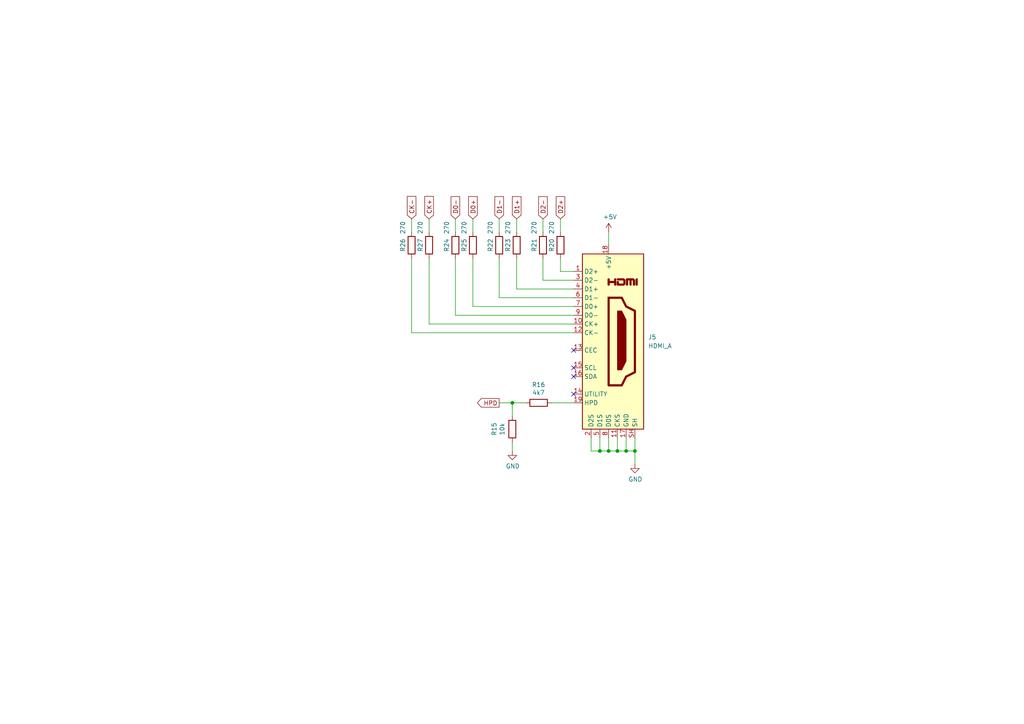
<source format=kicad_sch>
(kicad_sch (version 20231120) (generator "eeschema") (generator_version "8.0")
  (paper "A4")
  (lib_symbols
    (symbol "Connector:HDMI_A"
      (property "Reference" "J" (at -6.35 26.67 0))
      (property "Value" "HDMI_A" (at 10.16 26.67 0))
      (symbol "HDMI_A_0_0"
        (polyline (pts (xy 8.128 16.51) (xy 8.128 18.034)) (stroke (width 0.635)))
        (polyline (pts (xy 0 16.51) (xy 0 18.034) (xy 0 17.272) (xy 1.905 17.272) (xy 1.905 18.034) (xy 1.905 16.51)) (stroke (width 0.635)))
        (polyline (pts (xy 2.667 18.034) (xy 4.318 18.034) (xy 4.572 17.78) (xy 4.572 16.764) (xy 4.318 16.51) (xy 2.667 16.51) (xy 2.667 17.272)) (stroke (width 0.635)))
      )
      (symbol "HDMI_A_0_1"
        (rectangle (start -7.62 25.4) (end 10.16 -25.4) (stroke (width 0.254)) (fill (type background)))
        (polyline (pts (xy 2.54 8.89) (xy 3.81 8.89) (xy 5.08 6.35) (xy 5.08 -5.715) (xy 3.81 -8.255) (xy 2.54 -8.255) (xy 2.54 8.89)) (fill (type outline)))
        (polyline (pts (xy 5.334 16.51) (xy 5.334 18.034) (xy 6.35 18.034) (xy 6.35 16.51) (xy 6.35 18.034) (xy 7.112 18.034) (xy 7.366 17.78) (xy 7.366 16.51)) (stroke (width 0.635)))
        (polyline (pts (xy 0 12.7) (xy 0 -12.7) (xy 3.81 -12.7) (xy 5.08 -10.16) (xy 7.62 -8.89) (xy 7.62 8.89) (xy 5.08 10.16) (xy 3.81 12.7) (xy 0 12.7)) (stroke (width 0.635)))
      )
      (symbol "HDMI_A_1_1"
        (pin passive line (at -10.16 20.32 0) (length 2.54) (name "D2+") (number "1"))
        (pin passive line (at -10.16 5.08 0) (length 2.54) (name "CK+") (number "10"))
        (pin power_in line (at 2.54 -27.94 90) (length 2.54) (name "CKS") (number "11"))
        (pin passive line (at -10.16 2.54 0) (length 2.54) (name "CK-") (number "12"))
        (pin bidirectional line (at -10.16 -2.54 0) (length 2.54) (name "CEC") (number "13"))
        (pin passive line (at -10.16 -15.24 0) (length 2.54) (name "UTILITY") (number "14"))
        (pin passive line (at -10.16 -7.62 0) (length 2.54) (name "SCL") (number "15"))
        (pin bidirectional line (at -10.16 -10.16 0) (length 2.54) (name "SDA") (number "16"))
        (pin power_in line (at 5.08 -27.94 90) (length 2.54) (name "GND") (number "17"))
        (pin power_in line (at 0 27.94 270) (length 2.54) (name "+5V") (number "18"))
        (pin passive line (at -10.16 -17.78 0) (length 2.54) (name "HPD") (number "19"))
        (pin power_in line (at -5.08 -27.94 90) (length 2.54) (name "D2S") (number "2"))
        (pin passive line (at -10.16 17.78 0) (length 2.54) (name "D2-") (number "3"))
        (pin passive line (at -10.16 15.24 0) (length 2.54) (name "D1+") (number "4"))
        (pin power_in line (at -2.54 -27.94 90) (length 2.54) (name "D1S") (number "5"))
        (pin passive line (at -10.16 12.7 0) (length 2.54) (name "D1-") (number "6"))
        (pin passive line (at -10.16 10.16 0) (length 2.54) (name "D0+") (number "7"))
        (pin power_in line (at 0 -27.94 90) (length 2.54) (name "D0S") (number "8"))
        (pin passive line (at -10.16 7.62 0) (length 2.54) (name "D0-") (number "9"))
        (pin passive line (at 7.62 -27.94 90) (length 2.54) (name "SH") (number "SH"))
      )
    )
    (symbol "Device:R" (pin_numbers hide) (pin_names (offset 0))
      (property "Reference" "R" (at 2.032 0 90))
      (property "Value" "R" (at 0 0 90))
      (symbol "R_0_1"
        (rectangle (start -1.016 -2.54) (end 1.016 2.54) (stroke (width 0.254)))
      )
      (symbol "R_1_1"
        (pin passive line (at 0 3.81 270) (length 1.27) (name "~") (number "1"))
        (pin passive line (at 0 -3.81 90) (length 1.27) (name "~") (number "2"))
      )
    )
    (symbol "power:+5V" (power) (pin_numbers hide) (pin_names (offset 0) hide)
      (property "Value" "+5V" (at 0 3.556 0))
      (symbol "+5V_0_1"
        (polyline (pts (xy -0.762 1.27) (xy 0 2.54)))
        (polyline (pts (xy 0 0) (xy 0 2.54)))
        (polyline (pts (xy 0 2.54) (xy 0.762 1.27)))
      )
      (symbol "+5V_1_1"
        (pin power_in line (at 0 0 90) (length 0) (name "~") (number "1"))
      )
    )
    (symbol "power:GND" (power) (pin_numbers hide) (pin_names (offset 0) hide)
      (property "Value" "GND" (at 0 -3.81 0))
      (symbol "GND_0_1"
        (polyline (pts (xy 0 0) (xy 0 -1.27) (xy 1.27 -1.27) (xy 0 -2.54) (xy -1.27 -1.27) (xy 0 -1.27)))
      )
      (symbol "GND_1_1"
        (pin power_in line (at 0 0 270) (length 0) (name "~") (number "1"))
      )
    )
  )
  (junction (at 148.59 116.84))
  (junction (at 176.53 130.81))
  (junction (at 179.07 130.81))
  (junction (at 181.61 130.81))
  (junction (at 173.99 130.81))
  (junction (at 184.15 130.81))
  (no_connect (at 166.37 114.3))
  (no_connect (at 166.37 106.68))
  (no_connect (at 166.37 101.6))
  (no_connect (at 166.37 109.22))
  (wire (pts (xy 144.78 74.93) (xy 144.78 86.36)))
  (wire (pts (xy 132.08 63.5) (xy 132.08 67.31)))
  (wire (pts (xy 124.46 63.5) (xy 124.46 67.31)))
  (wire (pts (xy 184.15 127) (xy 184.15 130.81)))
  (wire (pts (xy 148.59 116.84) (xy 152.4 116.84)))
  (wire (pts (xy 144.78 63.5) (xy 144.78 67.31)))
  (wire (pts (xy 132.08 74.93) (xy 132.08 91.44)))
  (wire (pts (xy 179.07 130.81) (xy 181.61 130.81)))
  (wire (pts (xy 149.86 63.5) (xy 149.86 67.31)))
  (wire (pts (xy 157.48 74.93) (xy 157.48 81.28)))
  (wire (pts (xy 137.16 63.5) (xy 137.16 67.31)))
  (wire (pts (xy 184.15 130.81) (xy 184.15 134.62)))
  (wire (pts (xy 162.56 63.5) (xy 162.56 67.31)))
  (wire (pts (xy 166.37 91.44) (xy 132.08 91.44)))
  (wire (pts (xy 179.07 127) (xy 179.07 130.81)))
  (wire (pts (xy 149.86 83.82) (xy 166.37 83.82)))
  (wire (pts (xy 137.16 74.93) (xy 137.16 88.9)))
  (wire (pts (xy 171.45 130.81) (xy 173.99 130.81)))
  (wire (pts (xy 176.53 130.81) (xy 179.07 130.81)))
  (wire (pts (xy 148.59 116.84) (xy 148.59 120.65)))
  (wire (pts (xy 149.86 74.93) (xy 149.86 83.82)))
  (wire (pts (xy 184.15 130.81) (xy 181.61 130.81)))
  (wire (pts (xy 181.61 127) (xy 181.61 130.81)))
  (wire (pts (xy 148.59 128.27) (xy 148.59 130.81)))
  (wire (pts (xy 144.78 116.84) (xy 148.59 116.84)))
  (wire (pts (xy 171.45 127) (xy 171.45 130.81)))
  (wire (pts (xy 160.02 116.84) (xy 166.37 116.84)))
  (wire (pts (xy 162.56 78.74) (xy 166.37 78.74)))
  (wire (pts (xy 124.46 74.93) (xy 124.46 93.98)))
  (wire (pts (xy 157.48 63.5) (xy 157.48 67.31)))
  (wire (pts (xy 162.56 74.93) (xy 162.56 78.74)))
  (wire (pts (xy 166.37 96.52) (xy 119.38 96.52)))
  (wire (pts (xy 173.99 127) (xy 173.99 130.81)))
  (wire (pts (xy 176.53 127) (xy 176.53 130.81)))
  (wire (pts (xy 173.99 130.81) (xy 176.53 130.81)))
  (wire (pts (xy 124.46 93.98) (xy 166.37 93.98)))
  (wire (pts (xy 137.16 88.9) (xy 166.37 88.9)))
  (wire (pts (xy 157.48 81.28) (xy 166.37 81.28)))
  (wire (pts (xy 176.53 67.31) (xy 176.53 71.12)))
  (wire (pts (xy 119.38 63.5) (xy 119.38 67.31)))
  (wire (pts (xy 119.38 74.93) (xy 119.38 96.52)))
  (wire (pts (xy 166.37 86.36) (xy 144.78 86.36)))
  (global_label "D0-" (shape input) (at 132.08 63.5 90) (property "Intersheetrefs" "${INTERSHEET_REFS}" (effects (hide yes))))
  (global_label "CK+" (shape input) (at 124.46 63.5 90) (property "Intersheetrefs" "${INTERSHEET_REFS}" (effects (hide yes))))
  (global_label "D0+" (shape input) (at 137.16 63.5 90) (property "Intersheetrefs" "${INTERSHEET_REFS}" (effects (hide yes))))
  (global_label "D1+" (shape input) (at 149.86 63.5 90) (property "Intersheetrefs" "${INTERSHEET_REFS}" (effects (hide yes))))
  (global_label "HPD" (shape output) (at 144.78 116.84 180) (property "Intersheetrefs" "${INTERSHEET_REFS}" (effects (hide yes))))
  (global_label "D1-" (shape input) (at 144.78 63.5 90) (property "Intersheetrefs" "${INTERSHEET_REFS}" (effects (hide yes))))
  (global_label "D2-" (shape input) (at 157.48 63.5 90) (property "Intersheetrefs" "${INTERSHEET_REFS}" (effects (hide yes))))
  (global_label "D2+" (shape input) (at 162.56 63.5 90) (property "Intersheetrefs" "${INTERSHEET_REFS}" (effects (hide yes))))
  (global_label "CK-" (shape input) (at 119.38 63.5 90) (property "Intersheetrefs" "${INTERSHEET_REFS}" (effects (hide yes))))
  (symbol (lib_id "Device:R") (at 149.86 71.12 0) (unit 1)
    (property "Reference" "R23" (at 147.32 71.12 90))
    (property "Value" "270" (at 147.32 66.04 90))
    (property "Footprint" "resistor:R_Axial_DIN0207_L6.3mm_D2.5mm_P10.16mm_Horizontal" (effects (hide yes)))
    (property "Description" "Resistor" (effects (hide yes)))
  )
  (symbol (lib_id "power:GND") (at 148.59 130.81 0) (unit 1)
    (property "Reference" "#PWR08" (effects (hide yes)))
    (property "Value" "GND" (at 148.717 135.2042 0))
    (property "Description" "Power symbol creates a global label with name \"GND\" , ground" (effects (hide yes)))
  )
  (symbol (lib_id "Device:R") (at 119.38 71.12 0) (unit 1)
    (property "Reference" "R26" (at 116.84 71.12 90))
    (property "Value" "270" (at 116.84 66.04 90))
    (property "Footprint" "resistor:R_Axial_DIN0207_L6.3mm_D2.5mm_P10.16mm_Horizontal" (effects (hide yes)))
    (property "Description" "Resistor" (effects (hide yes)))
  )
  (symbol (lib_id "Connector:HDMI_A") (at 176.53 99.06 0) (unit 1)
    (property "Reference" "J5" (at 187.96 97.7899 0) (effects (justify left)))
    (property "Value" "HDMI_A" (at 187.96 100.3299 0) (effects (justify left)))
    (property "Datasheet" "https://en.wikipedia.org/wiki/HDMI" (effects (hide yes)))
    (property "Description" "HDMI type A connector" (effects (hide yes)))
  )
  (symbol (lib_id "Device:R") (at 137.16 71.12 0) (unit 1)
    (property "Reference" "R25" (at 134.62 71.12 90))
    (property "Value" "270" (at 134.62 66.04 90))
    (property "Footprint" "resistor:R_Axial_DIN0207_L6.3mm_D2.5mm_P10.16mm_Horizontal" (effects (hide yes)))
    (property "Description" "Resistor" (effects (hide yes)))
  )
  (symbol (lib_id "Device:R") (at 156.21 116.84 270) (unit 1)
    (property "Reference" "R16" (at 156.21 111.5822 90))
    (property "Value" "4k7" (at 156.21 113.8936 90))
    (property "Footprint" "resistor:R_Axial_DIN0207_L6.3mm_D2.5mm_P10.16mm_Horizontal" (effects (hide yes)))
    (property "Description" "Resistor" (effects (hide yes)))
  )
  (symbol (lib_id "Device:R") (at 162.56 71.12 0) (unit 1)
    (property "Reference" "R20" (at 160.02 71.12 90))
    (property "Value" "270" (at 160.02 66.04 90))
    (property "Footprint" "resistor:R_Axial_DIN0207_L6.3mm_D2.5mm_P10.16mm_Horizontal" (effects (hide yes)))
    (property "Description" "Resistor" (effects (hide yes)))
  )
  (symbol (lib_id "Device:R") (at 124.46 71.12 0) (unit 1)
    (property "Reference" "R27" (at 121.92 71.12 90))
    (property "Value" "270" (at 121.92 66.04 90))
    (property "Footprint" "resistor:R_Axial_DIN0207_L6.3mm_D2.5mm_P10.16mm_Horizontal" (effects (hide yes)))
    (property "Description" "Resistor" (effects (hide yes)))
  )
  (symbol (lib_id "Device:R") (at 157.48 71.12 0) (unit 1)
    (property "Reference" "R21" (at 154.94 71.12 90))
    (property "Value" "270" (at 154.94 66.04 90))
    (property "Footprint" "resistor:R_Axial_DIN0207_L6.3mm_D2.5mm_P10.16mm_Horizontal" (effects (hide yes)))
    (property "Description" "Resistor" (effects (hide yes)))
  )
  (symbol (lib_id "Device:R") (at 148.59 124.46 0) (unit 1)
    (property "Reference" "R15" (at 143.3322 124.46 90))
    (property "Value" "10k" (at 145.6436 124.46 90))
    (property "Footprint" "resistor:R_Axial_DIN0207_L6.3mm_D2.5mm_P10.16mm_Horizontal" (effects (hide yes)))
    (property "Description" "Resistor" (effects (hide yes)))
  )
  (symbol (lib_id "Device:R") (at 132.08 71.12 0) (unit 1)
    (property "Reference" "R24" (at 129.54 71.12 90))
    (property "Value" "270" (at 129.54 66.04 90))
    (property "Footprint" "resistor:R_Axial_DIN0207_L6.3mm_D2.5mm_P10.16mm_Horizontal" (effects (hide yes)))
    (property "Description" "Resistor" (effects (hide yes)))
  )
  (symbol (lib_id "power:GND") (at 184.15 134.62 0) (unit 1)
    (property "Reference" "#PWR07" (effects (hide yes)))
    (property "Value" "GND" (at 184.277 139.0142 0))
    (property "Description" "Power symbol creates a global label with name \"GND\" , ground" (effects (hide yes)))
  )
  (symbol (lib_id "Device:R") (at 144.78 71.12 0) (unit 1)
    (property "Reference" "R22" (at 142.24 71.12 90))
    (property "Value" "270" (at 142.24 66.04 90))
    (property "Footprint" "resistor:R_Axial_DIN0207_L6.3mm_D2.5mm_P10.16mm_Horizontal" (effects (hide yes)))
    (property "Description" "Resistor" (effects (hide yes)))
  )
  (symbol (lib_id "power:+5V") (at 176.53 67.31 0) (unit 1)
    (property "Reference" "#PWR06" (effects (hide yes)))
    (property "Value" "+5V" (at 176.911 62.9158 0))
    (property "Description" "Power symbol creates a global label with name \"+5V\"" (effects (hide yes)))
  )
)
</source>
